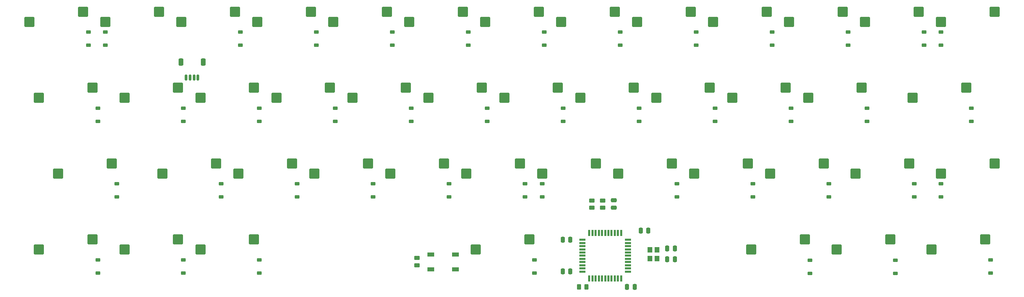
<source format=gbr>
%TF.GenerationSoftware,KiCad,Pcbnew,7.0.1-0*%
%TF.CreationDate,2023-05-30T10:47:41-05:00*%
%TF.ProjectId,pcb,7063622e-6b69-4636-9164-5f7063625858,rev?*%
%TF.SameCoordinates,Original*%
%TF.FileFunction,Paste,Bot*%
%TF.FilePolarity,Positive*%
%FSLAX46Y46*%
G04 Gerber Fmt 4.6, Leading zero omitted, Abs format (unit mm)*
G04 Created by KiCad (PCBNEW 7.0.1-0) date 2023-05-30 10:47:41*
%MOMM*%
%LPD*%
G01*
G04 APERTURE LIST*
G04 Aperture macros list*
%AMRoundRect*
0 Rectangle with rounded corners*
0 $1 Rounding radius*
0 $2 $3 $4 $5 $6 $7 $8 $9 X,Y pos of 4 corners*
0 Add a 4 corners polygon primitive as box body*
4,1,4,$2,$3,$4,$5,$6,$7,$8,$9,$2,$3,0*
0 Add four circle primitives for the rounded corners*
1,1,$1+$1,$2,$3*
1,1,$1+$1,$4,$5*
1,1,$1+$1,$6,$7*
1,1,$1+$1,$8,$9*
0 Add four rect primitives between the rounded corners*
20,1,$1+$1,$2,$3,$4,$5,0*
20,1,$1+$1,$4,$5,$6,$7,0*
20,1,$1+$1,$6,$7,$8,$9,0*
20,1,$1+$1,$8,$9,$2,$3,0*%
G04 Aperture macros list end*
%ADD10RoundRect,0.250000X1.025000X1.000000X-1.025000X1.000000X-1.025000X-1.000000X1.025000X-1.000000X0*%
%ADD11RoundRect,0.250000X-0.250000X-0.475000X0.250000X-0.475000X0.250000X0.475000X-0.250000X0.475000X0*%
%ADD12RoundRect,0.250000X0.450000X-0.262500X0.450000X0.262500X-0.450000X0.262500X-0.450000X-0.262500X0*%
%ADD13RoundRect,0.225000X0.375000X-0.225000X0.375000X0.225000X-0.375000X0.225000X-0.375000X-0.225000X0*%
%ADD14RoundRect,0.250000X-0.450000X0.262500X-0.450000X-0.262500X0.450000X-0.262500X0.450000X0.262500X0*%
%ADD15RoundRect,0.250000X0.250000X0.475000X-0.250000X0.475000X-0.250000X-0.475000X0.250000X-0.475000X0*%
%ADD16R,1.200000X1.400000*%
%ADD17RoundRect,0.250000X0.475000X-0.250000X0.475000X0.250000X-0.475000X0.250000X-0.475000X-0.250000X0*%
%ADD18RoundRect,0.150000X-0.150000X-0.625000X0.150000X-0.625000X0.150000X0.625000X-0.150000X0.625000X0*%
%ADD19RoundRect,0.250000X-0.350000X-0.650000X0.350000X-0.650000X0.350000X0.650000X-0.350000X0.650000X0*%
%ADD20RoundRect,0.250000X-0.262500X-0.450000X0.262500X-0.450000X0.262500X0.450000X-0.262500X0.450000X0*%
%ADD21R,0.550000X1.500000*%
%ADD22R,1.500000X0.550000*%
%ADD23R,1.800000X1.100000*%
G04 APERTURE END LIST*
D10*
%TO.C,MX46*%
X155755762Y-84375698D03*
X169205762Y-81835698D03*
%TD*%
%TO.C,MX55*%
X139086998Y-103425714D03*
X152536998Y-100885714D03*
%TD*%
%TO.C,MX47*%
X174805778Y-84375698D03*
X188255778Y-81835698D03*
%TD*%
%TO.C,MX53*%
X29549406Y-103425714D03*
X42999406Y-100885714D03*
%TD*%
D11*
%TO.C,C4*%
X180450000Y-98675000D03*
X182350000Y-98675000D03*
%TD*%
D12*
%TO.C,RSW1*%
X124374896Y-107371786D03*
X124374896Y-105546786D03*
%TD*%
D10*
%TO.C,MX54*%
X50980674Y-103425714D03*
X64430674Y-100885714D03*
%TD*%
D13*
%TO.C,D14*%
X41925000Y-52125000D03*
X41925000Y-48825000D03*
%TD*%
D10*
%TO.C,MX56*%
X229574574Y-103425714D03*
X243024574Y-100885714D03*
%TD*%
%TO.C,MX42*%
X79555698Y-84375698D03*
X93005698Y-81835698D03*
%TD*%
D13*
%TO.C,D35*%
X199087504Y-71200000D03*
X199087504Y-67900000D03*
%TD*%
D10*
%TO.C,MX57*%
X253387094Y-103425714D03*
X266837094Y-100885714D03*
%TD*%
D14*
%TO.C,R3*%
X170900000Y-92937500D03*
X170900000Y-91112500D03*
%TD*%
D10*
%TO.C,MX41*%
X60505682Y-84375698D03*
X73955682Y-81835698D03*
%TD*%
%TO.C,MX25*%
X236718330Y-46275666D03*
X250168330Y-43735666D03*
%TD*%
%TO.C,MX22*%
X179568282Y-46275666D03*
X193018282Y-43735666D03*
%TD*%
%TO.C,MX49*%
X212905810Y-84375698D03*
X226355810Y-81835698D03*
%TD*%
D13*
%TO.C,D46*%
X155725000Y-90200000D03*
X155725000Y-86900000D03*
%TD*%
%TO.C,D40*%
X49068756Y-90200000D03*
X49068756Y-86900000D03*
%TD*%
D11*
%TO.C,CX1*%
X187100000Y-103200000D03*
X189000000Y-103200000D03*
%TD*%
D12*
%TO.C,R2*%
X168210000Y-91112500D03*
X168210000Y-92937500D03*
%TD*%
D15*
%TO.C,C1*%
X162775000Y-101000000D03*
X160875000Y-101000000D03*
%TD*%
D13*
%TO.C,D57*%
X268150000Y-109375000D03*
X268150000Y-106075000D03*
%TD*%
D16*
%TO.C,Y1*%
X184500000Y-103475000D03*
X184500000Y-105675000D03*
X182800000Y-105675000D03*
X182800000Y-103475000D03*
%TD*%
D15*
%TO.C,C2*%
X162775000Y-108950000D03*
X160875000Y-108950000D03*
%TD*%
D10*
%TO.C,MX19*%
X122418234Y-46275666D03*
X135868234Y-43735666D03*
%TD*%
D13*
%TO.C,D29*%
X84787504Y-71200000D03*
X84787504Y-67900000D03*
%TD*%
D10*
%TO.C,MX21*%
X160518266Y-46275666D03*
X173968266Y-43735666D03*
%TD*%
D13*
%TO.C,D24*%
X232425000Y-52125000D03*
X232425000Y-48825000D03*
%TD*%
D10*
%TO.C,MX26*%
X70030690Y-103425714D03*
X83480690Y-100885714D03*
%TD*%
D13*
%TO.C,D31*%
X122887504Y-71200000D03*
X122887504Y-67900000D03*
%TD*%
%TO.C,D45*%
X151462512Y-90200000D03*
X151462512Y-86900000D03*
%TD*%
%TO.C,D16*%
X80025000Y-52125000D03*
X80025000Y-48825000D03*
%TD*%
%TO.C,D41*%
X75262512Y-90200000D03*
X75262512Y-86900000D03*
%TD*%
D10*
%TO.C,MX16*%
X65268186Y-46275666D03*
X78718186Y-43735666D03*
%TD*%
%TO.C,MX32*%
X127180738Y-65325682D03*
X140630738Y-62785682D03*
%TD*%
D13*
%TO.C,D49*%
X227662512Y-90200000D03*
X227662512Y-86900000D03*
%TD*%
%TO.C,D51*%
X255725016Y-90200000D03*
X255725016Y-86900000D03*
%TD*%
%TO.C,D13*%
X255725000Y-52125000D03*
X255725000Y-48825000D03*
%TD*%
%TO.C,D50*%
X249093764Y-90200000D03*
X249093764Y-86900000D03*
%TD*%
D17*
%TO.C,C5*%
X173675000Y-91030000D03*
X173675000Y-92930000D03*
%TD*%
D10*
%TO.C,MX33*%
X146230754Y-65325682D03*
X159680754Y-62785682D03*
%TD*%
D13*
%TO.C,D37*%
X237187504Y-71200000D03*
X237187504Y-67900000D03*
%TD*%
D11*
%TO.C,C3*%
X177025000Y-112850000D03*
X178925000Y-112850000D03*
%TD*%
D10*
%TO.C,MX37*%
X222430818Y-65325682D03*
X235880818Y-62785682D03*
%TD*%
D13*
%TO.C,D18*%
X118125000Y-52125000D03*
X118125000Y-48825000D03*
%TD*%
%TO.C,D28*%
X65737504Y-71200000D03*
X65737504Y-67900000D03*
%TD*%
D10*
%TO.C,MX34*%
X165280770Y-65325682D03*
X178730770Y-62785682D03*
%TD*%
%TO.C,MX28*%
X50980674Y-65325682D03*
X64430674Y-62785682D03*
%TD*%
D13*
%TO.C,D32*%
X141937504Y-71200000D03*
X141937504Y-67900000D03*
%TD*%
D10*
%TO.C,MX45*%
X136705746Y-84375698D03*
X150155746Y-81835698D03*
%TD*%
D13*
%TO.C,D27*%
X44306252Y-71200000D03*
X44306252Y-67900000D03*
%TD*%
D10*
%TO.C,MX29*%
X70030690Y-65325682D03*
X83480690Y-62785682D03*
%TD*%
D13*
%TO.C,D48*%
X208612512Y-90200000D03*
X208612512Y-86900000D03*
%TD*%
%TO.C,D34*%
X180037504Y-71200000D03*
X180037504Y-67900000D03*
%TD*%
D10*
%TO.C,MX18*%
X103368218Y-46275666D03*
X116818218Y-43735666D03*
%TD*%
D13*
%TO.C,D20*%
X156225000Y-52125000D03*
X156225000Y-48825000D03*
%TD*%
D18*
%TO.C,J3*%
X66425000Y-60235499D03*
X67425000Y-60235499D03*
X68425000Y-60235499D03*
X69425000Y-60235499D03*
D19*
X65125000Y-56360499D03*
X70725000Y-56360499D03*
%TD*%
D10*
%TO.C,MX24*%
X217668314Y-46275666D03*
X231118314Y-43735666D03*
%TD*%
D13*
%TO.C,D19*%
X137175000Y-52125000D03*
X137175000Y-48825000D03*
%TD*%
D10*
%TO.C,MX43*%
X98605714Y-84375698D03*
X112055714Y-81835698D03*
%TD*%
%TO.C,MX13*%
X255768346Y-46275666D03*
X269218346Y-43735666D03*
%TD*%
%TO.C,MX36*%
X203380802Y-65325682D03*
X216830802Y-62785682D03*
%TD*%
D20*
%TO.C,R1*%
X164987500Y-112850000D03*
X166812500Y-112850000D03*
%TD*%
D13*
%TO.C,D26*%
X84800000Y-109347500D03*
X84800000Y-106047500D03*
%TD*%
%TO.C,D56*%
X244301268Y-109392500D03*
X244301268Y-106092500D03*
%TD*%
D10*
%TO.C,MX30*%
X89080706Y-65325682D03*
X102530706Y-62785682D03*
%TD*%
%TO.C,MX39*%
X208143306Y-103425714D03*
X221593306Y-100885714D03*
%TD*%
D13*
%TO.C,D30*%
X103837504Y-71200000D03*
X103837504Y-67900000D03*
%TD*%
D11*
%TO.C,CX2*%
X187100000Y-105900000D03*
X189000000Y-105900000D03*
%TD*%
D10*
%TO.C,MX35*%
X184330786Y-65325682D03*
X197780786Y-62785682D03*
%TD*%
%TO.C,MX15*%
X46218170Y-46275666D03*
X59668170Y-43735666D03*
%TD*%
%TO.C,MX48*%
X193855794Y-84375698D03*
X207305794Y-81835698D03*
%TD*%
D13*
%TO.C,D33*%
X160987504Y-71200000D03*
X160987504Y-67900000D03*
%TD*%
D10*
%TO.C,MX31*%
X108130722Y-65325682D03*
X121580722Y-62785682D03*
%TD*%
D13*
%TO.C,D22*%
X194325000Y-52125000D03*
X194325000Y-48825000D03*
%TD*%
D10*
%TO.C,MX17*%
X84318202Y-46275666D03*
X97768202Y-43735666D03*
%TD*%
D13*
%TO.C,D36*%
X218137504Y-71200000D03*
X218137504Y-67900000D03*
%TD*%
D10*
%TO.C,MX51*%
X255768346Y-84375698D03*
X269218346Y-81835698D03*
%TD*%
D21*
%TO.C,U1*%
X167550000Y-99275000D03*
X168350000Y-99275000D03*
X169150000Y-99275000D03*
X169950000Y-99275000D03*
X170750000Y-99275000D03*
X171550000Y-99275000D03*
X172350000Y-99275000D03*
X173150000Y-99275000D03*
X173950000Y-99275000D03*
X174750000Y-99275000D03*
X175550000Y-99275000D03*
D22*
X177250000Y-100975000D03*
X177250000Y-101775000D03*
X177250000Y-102575000D03*
X177250000Y-103375000D03*
X177250000Y-104175000D03*
X177250000Y-104975000D03*
X177250000Y-105775000D03*
X177250000Y-106575000D03*
X177250000Y-107375000D03*
X177250000Y-108175000D03*
X177250000Y-108975000D03*
D21*
X175550000Y-110675000D03*
X174750000Y-110675000D03*
X173950000Y-110675000D03*
X173150000Y-110675000D03*
X172350000Y-110675000D03*
X171550000Y-110675000D03*
X170750000Y-110675000D03*
X169950000Y-110675000D03*
X169150000Y-110675000D03*
X168350000Y-110675000D03*
X167550000Y-110675000D03*
D22*
X165850000Y-108975000D03*
X165850000Y-108175000D03*
X165850000Y-107375000D03*
X165850000Y-106575000D03*
X165850000Y-105775000D03*
X165850000Y-104975000D03*
X165850000Y-104175000D03*
X165850000Y-103375000D03*
X165850000Y-102575000D03*
X165850000Y-101775000D03*
X165850000Y-100975000D03*
%TD*%
D10*
%TO.C,MX44*%
X117655730Y-84375698D03*
X131105730Y-81835698D03*
%TD*%
%TO.C,MX27*%
X29549406Y-65325682D03*
X42999406Y-62785682D03*
%TD*%
%TO.C,MX40*%
X34311910Y-84375698D03*
X47761910Y-81835698D03*
%TD*%
D13*
%TO.C,D39*%
X222890626Y-109392500D03*
X222890626Y-106092500D03*
%TD*%
%TO.C,D55*%
X153823756Y-109370000D03*
X153823756Y-106070000D03*
%TD*%
%TO.C,D43*%
X113362512Y-90200000D03*
X113362512Y-86900000D03*
%TD*%
%TO.C,D47*%
X189575000Y-86900000D03*
X189575000Y-90200000D03*
%TD*%
D10*
%TO.C,MX23*%
X198618298Y-46275666D03*
X212068298Y-43735666D03*
%TD*%
D13*
%TO.C,D21*%
X175275000Y-52125000D03*
X175275000Y-48825000D03*
%TD*%
D10*
%TO.C,MX50*%
X234337078Y-84375698D03*
X247787078Y-81835698D03*
%TD*%
D13*
%TO.C,D38*%
X263375000Y-71200000D03*
X263375000Y-67900000D03*
%TD*%
D10*
%TO.C,MX20*%
X141468250Y-46275666D03*
X154918250Y-43735666D03*
%TD*%
D13*
%TO.C,D15*%
X46175000Y-52125000D03*
X46175000Y-48825000D03*
%TD*%
%TO.C,D53*%
X44325000Y-109347500D03*
X44325000Y-106047500D03*
%TD*%
D23*
%TO.C,SW1*%
X133975000Y-104700000D03*
X127775000Y-108400000D03*
X133975000Y-108400000D03*
X127775000Y-104700000D03*
%TD*%
D13*
%TO.C,D23*%
X213375000Y-52125000D03*
X213375000Y-48825000D03*
%TD*%
%TO.C,D25*%
X251475000Y-52125000D03*
X251475000Y-48825000D03*
%TD*%
%TO.C,D42*%
X94312512Y-90200000D03*
X94312512Y-86900000D03*
%TD*%
D10*
%TO.C,MX38*%
X248624590Y-65325682D03*
X262074590Y-62785682D03*
%TD*%
D13*
%TO.C,D54*%
X65727496Y-109347500D03*
X65727496Y-106047500D03*
%TD*%
%TO.C,D44*%
X132412512Y-90200000D03*
X132412512Y-86900000D03*
%TD*%
%TO.C,D17*%
X99075000Y-52125000D03*
X99075000Y-48825000D03*
%TD*%
D10*
%TO.C,MX14*%
X27168154Y-46275666D03*
X40618154Y-43735666D03*
%TD*%
M02*

</source>
